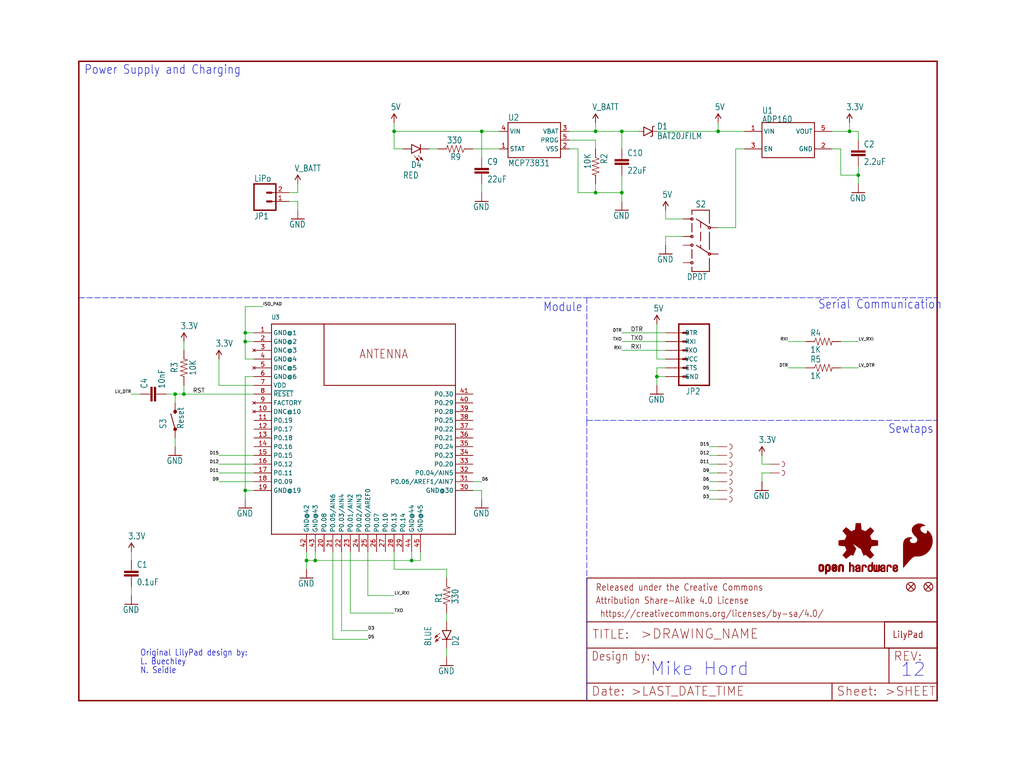
<source format=kicad_sch>
(kicad_sch (version 20211123) (generator eeschema)
  (paper "User" 297.002 223.952)
  (lib_symbols
    (symbol "eagleSchem-eagle-import:0.1UF-25V(+80{slash}-20%)(0603)"
      (property "Reference" "C" (at 1.524 2.921 0))
      (property "Value" "0.1UF-25V(+80{slash}-20%)(0603)" (at 1.524 -2.159 0))
      (symbol "0.1UF-25V(+80{slash}-20%)(0603)_1_0"
        (pin passive line (at 0 5.08 270) (length 2.54) (name "1") (number "1"))
        (pin passive line (at 0 -2.54 90) (length 2.54) (name "2") (number "2"))
      )
    )
    (symbol "eagleSchem-eagle-import:10KOHM-1{slash}10W-1%(0603)0603"
      (property "Reference" "R" (at -3.81 1.4986 0))
      (property "Value" "10KOHM-1{slash}10W-1%(0603)0603" (at -3.81 -3.302 0))
      (symbol "10KOHM-1{slash}10W-1%(0603)0603_1_0"
        (pin passive line (at -5.08 0 0) (length 2.54) (name "1") (number "1"))
        (pin passive line (at 5.08 0 180) (length 2.54) (name "2") (number "2"))
      )
    )
    (symbol "eagleSchem-eagle-import:10NF{slash}10000PF-50V-10%(0603)"
      (property "Reference" "C" (at 1.524 2.921 0))
      (property "Value" "10NF{slash}10000PF-50V-10%(0603)" (at 1.524 -2.159 0))
      (symbol "10NF{slash}10000PF-50V-10%(0603)_1_0"
        (pin passive line (at 0 5.08 270) (length 2.54) (name "1") (number "1"))
        (pin passive line (at 0 -2.54 90) (length 2.54) (name "2") (number "2"))
      )
    )
    (symbol "eagleSchem-eagle-import:1KOHM-1{slash}10W-1%(0603)"
      (property "Reference" "R" (at -3.81 1.4986 0))
      (property "Value" "1KOHM-1{slash}10W-1%(0603)" (at -3.81 -3.302 0))
      (symbol "1KOHM-1{slash}10W-1%(0603)_1_0"
        (pin passive line (at -5.08 0 0) (length 2.54) (name "1") (number "1"))
        (pin passive line (at 5.08 0 180) (length 2.54) (name "2") (number "2"))
      )
    )
    (symbol "eagleSchem-eagle-import:2.2UF-10V-20%(0603)"
      (property "Reference" "C" (at 1.524 2.921 0))
      (property "Value" "2.2UF-10V-20%(0603)" (at 1.524 -2.159 0))
      (symbol "2.2UF-10V-20%(0603)_1_0"
        (pin passive line (at 0 5.08 270) (length 2.54) (name "1") (number "1"))
        (pin passive line (at 0 -2.54 90) (length 2.54) (name "2") (number "2"))
      )
    )
    (symbol "eagleSchem-eagle-import:22UF-6.3V-20%(0805)"
      (property "Reference" "C" (at 1.524 2.921 0))
      (property "Value" "22UF-6.3V-20%(0805)" (at 1.524 -2.159 0))
      (symbol "22UF-6.3V-20%(0805)_1_0"
        (pin passive line (at 0 5.08 270) (length 2.54) (name "1") (number "1"))
        (pin passive line (at 0 -2.54 90) (length 2.54) (name "2") (number "2"))
      )
    )
    (symbol "eagleSchem-eagle-import:3.3V" (power)
      (property "Value" "3.3V" (at -1.016 3.556 0))
      (symbol "3.3V_1_0"
        (pin power_in line (at 0 0 90) (length 2.54) (name "3.3V") (number "1"))
      )
    )
    (symbol "eagleSchem-eagle-import:330OHM1{slash}10W1%(0603)"
      (property "Reference" "R" (at -3.81 1.4986 0))
      (property "Value" "330OHM1{slash}10W1%(0603)" (at -3.81 -3.302 0))
      (symbol "330OHM1{slash}10W1%(0603)_1_0"
        (pin passive line (at -5.08 0 0) (length 2.54) (name "1") (number "1"))
        (pin passive line (at 5.08 0 180) (length 2.54) (name "2") (number "2"))
      )
    )
    (symbol "eagleSchem-eagle-import:5V" (power)
      (property "Value" "5V" (at -1.016 3.556 0))
      (symbol "5V_1_0"
        (pin power_in line (at 0 0 90) (length 2.54) (name "5V") (number "1"))
      )
    )
    (symbol "eagleSchem-eagle-import:ADP160"
      (property "Reference" "U" (at -7.62 7.62 0))
      (property "Value" "ADP160" (at -7.62 5.08 0))
      (symbol "ADP160_1_0"
        (pin bidirectional line (at -12.7 2.54 0) (length 5.08) (name "VIN") (number "1"))
        (pin bidirectional line (at 12.7 -2.54 180) (length 5.08) (name "GND") (number "2"))
        (pin bidirectional line (at -12.7 -2.54 0) (length 5.08) (name "EN") (number "3"))
        (pin bidirectional line (at 12.7 2.54 180) (length 5.08) (name "VOUT") (number "5"))
      )
    )
    (symbol "eagleSchem-eagle-import:ARDUINO_SERIAL_PROGRAMSMD"
      (property "Reference" "JP" (at -5.08 10.922 0))
      (property "Value" "ARDUINO_SERIAL_PROGRAMSMD" (at -5.08 -10.16 0))
      (symbol "ARDUINO_SERIAL_PROGRAMSMD_1_0"
        (pin passive line (at 5.08 -5.08 180) (length 5.08) (name "DTR") (number "1"))
        (pin passive line (at 5.08 -2.54 180) (length 5.08) (name "RXI") (number "2"))
        (pin passive line (at 5.08 0 180) (length 5.08) (name "TXO") (number "3"))
        (pin passive line (at 5.08 2.54 180) (length 5.08) (name "VCC") (number "4"))
        (pin passive line (at 5.08 5.08 180) (length 5.08) (name "CTS") (number "5"))
        (pin passive line (at 5.08 7.62 180) (length 5.08) (name "GND") (number "6"))
      )
    )
    (symbol "eagleSchem-eagle-import:BAT20JFILM"
      (property "Reference" "D" (at 2.54 0.4826 0))
      (property "Value" "BAT20JFILM" (at 2.54 -2.3114 0))
      (symbol "BAT20JFILM_1_0"
        (pin passive line (at -2.54 0 0) (length 0) (name "A") (number "A"))
        (pin passive line (at 2.54 0 180) (length 0) (name "C") (number "C"))
      )
    )
    (symbol "eagleSchem-eagle-import:FIDUCIALUFIDUCIAL")
    (symbol "eagleSchem-eagle-import:FRAME-LETTER"
      (symbol "FRAME-LETTER_2_0"
        (text " https://creativecommons.org/licenses/by-sa/4.0/" (at 2.54 24.13 0) (effects (font (size 1.9304 1.6408)) (justify left bottom)))
        (text ">DRAWING_NAME" (at 15.494 17.78 0) (effects (font (size 2.7432 2.7432)) (justify left bottom)))
        (text ">LAST_DATE_TIME" (at 12.7 1.27 0) (effects (font (size 2.54 2.54)) (justify left bottom)))
        (text ">SHEET" (at 86.36 1.27 0) (effects (font (size 2.54 2.54)) (justify left bottom)))
        (text "Attribution Share-Alike 4.0 License" (at 2.54 27.94 0) (effects (font (size 1.9304 1.6408)) (justify left bottom)))
        (text "Date:" (at 1.27 1.27 0) (effects (font (size 2.54 2.54)) (justify left bottom)))
        (text "Design by:" (at 1.27 11.43 0) (effects (font (size 2.54 2.159)) (justify left bottom)))
        (text "Released under the Creative Commons" (at 2.54 31.75 0) (effects (font (size 1.9304 1.6408)) (justify left bottom)))
        (text "REV:" (at 88.9 11.43 0) (effects (font (size 2.54 2.54)) (justify left bottom)))
        (text "Sheet:" (at 72.39 1.27 0) (effects (font (size 2.54 2.54)) (justify left bottom)))
        (text "TITLE:" (at 1.524 17.78 0) (effects (font (size 2.54 2.54)) (justify left bottom)))
      )
    )
    (symbol "eagleSchem-eagle-import:GND" (power)
      (property "Value" "GND" (at -2.54 -2.54 0))
      (symbol "GND_1_0"
        (pin power_in line (at 0 2.54 270) (length 2.54) (name "GND") (number "1"))
      )
    )
    (symbol "eagleSchem-eagle-import:LED-BLUE0603"
      (property "Reference" "D" (at 3.556 -4.572 90))
      (property "Value" "LED-BLUE0603" (at 5.715 -4.572 90))
      (symbol "LED-BLUE0603_1_0"
        (pin passive line (at 0 2.54 270) (length 2.54) (name "A") (number "A"))
        (pin passive line (at 0 -5.08 90) (length 2.54) (name "C") (number "C"))
      )
    )
    (symbol "eagleSchem-eagle-import:LED-RED0603"
      (property "Reference" "D" (at 3.556 -4.572 90))
      (property "Value" "LED-RED0603" (at 5.715 -4.572 90))
      (symbol "LED-RED0603_1_0"
        (pin passive line (at 0 2.54 270) (length 2.54) (name "A") (number "A"))
        (pin passive line (at 0 -5.08 90) (length 2.54) (name "C") (number "C"))
      )
    )
    (symbol "eagleSchem-eagle-import:LOGO-LPL"
      (symbol "LOGO-LPL_1_0"
        (text "LilyPad" (at -0.254 0.254 0) (effects (font (size 1.9304 1.6408)) (justify left bottom)))
      )
    )
    (symbol "eagleSchem-eagle-import:LOGO-LPLP"
      (symbol "LOGO-LPLP_1_0"
        (text "LilyPad" (at -0.254 0.254 0) (effects (font (size 1.9304 1.6408)) (justify left bottom)))
      )
    )
    (symbol "eagleSchem-eagle-import:M02-JST-2MM-SMT"
      (property "Reference" "JP" (at -2.54 5.842 0))
      (property "Value" "M02-JST-2MM-SMT" (at -2.54 -5.08 0))
      (symbol "M02-JST-2MM-SMT_1_0"
        (pin passive line (at 7.62 2.54 180) (length 5.08) (name "2") (number "1"))
        (pin passive line (at 7.62 0 180) (length 5.08) (name "1") (number "2"))
      )
    )
    (symbol "eagleSchem-eagle-import:MCP73831"
      (property "Reference" "U" (at -7.62 5.588 0))
      (property "Value" "MCP73831" (at -7.62 -7.62 0))
      (symbol "MCP73831_1_0"
        (pin output line (at -10.16 -2.54 0) (length 2.54) (name "STAT") (number "1"))
        (pin power_in line (at 10.16 -2.54 180) (length 2.54) (name "VSS") (number "2"))
        (pin power_in line (at 10.16 2.54 180) (length 2.54) (name "VBAT") (number "3"))
        (pin power_in line (at -10.16 2.54 0) (length 2.54) (name "VIN") (number "4"))
        (pin input line (at 10.16 0 180) (length 2.54) (name "PROG") (number "5"))
      )
    )
    (symbol "eagleSchem-eagle-import:OSHW-LOGOS-COPPER")
    (symbol "eagleSchem-eagle-import:RFD77101"
      (property "Value" "RFD77101" (at 17.78 34.036 0))
      (symbol "RFD77101_1_0"
        (text "ANTENNA" (at 0 22.86 0) (effects (font (size 2.54 2.159)) (justify left bottom)))
        (pin power_in line (at -30.48 30.48 0) (length 5.08) (name "GND@1") (number "1"))
        (pin no_connect line (at -30.48 7.62 0) (length 5.08) (name "DNC@10") (number "10"))
        (pin bidirectional line (at -30.48 5.08 0) (length 5.08) (name "P0.19") (number "11"))
        (pin bidirectional line (at -30.48 2.54 0) (length 5.08) (name "P0.17") (number "12"))
        (pin bidirectional line (at -30.48 0 0) (length 5.08) (name "P0.18") (number "13"))
        (pin bidirectional line (at -30.48 -2.54 0) (length 5.08) (name "P0.16") (number "14"))
        (pin bidirectional line (at -30.48 -5.08 0) (length 5.08) (name "P0.15") (number "15"))
        (pin bidirectional line (at -30.48 -7.62 0) (length 5.08) (name "P0.12") (number "16"))
        (pin bidirectional line (at -30.48 -10.16 0) (length 5.08) (name "P0.11") (number "17"))
        (pin bidirectional line (at -30.48 -12.7 0) (length 5.08) (name "P0.09") (number "18"))
        (pin power_in line (at -30.48 -15.24 0) (length 5.08) (name "GND@19") (number "19"))
        (pin power_in line (at -30.48 27.94 0) (length 5.08) (name "GND@2") (number "2"))
        (pin bidirectional line (at -10.16 -33.02 90) (length 5.08) (name "P0.08") (number "20"))
        (pin bidirectional line (at -7.62 -33.02 90) (length 5.08) (name "P0.05/AIN6") (number "21"))
        (pin bidirectional line (at -5.08 -33.02 90) (length 5.08) (name "P0.03/AIN4") (number "22"))
        (pin bidirectional line (at -2.54 -33.02 90) (length 5.08) (name "P0.01/AIN2") (number "23"))
        (pin bidirectional line (at 0 -33.02 90) (length 5.08) (name "P0.02/AIN3") (number "24"))
        (pin bidirectional line (at 2.54 -33.02 90) (length 5.08) (name "P0.00/AREF0") (number "25"))
        (pin bidirectional line (at 5.08 -33.02 90) (length 5.08) (name "P0.07") (number "26"))
        (pin bidirectional line (at 7.62 -33.02 90) (length 5.08) (name "P0.10") (number "27"))
        (pin bidirectional line (at 10.16 -33.02 90) (length 5.08) (name "P0.13") (number "28"))
        (pin bidirectional line (at 12.7 -33.02 90) (length 5.08) (name "P0.14") (number "29"))
        (pin no_connect line (at -30.48 25.4 0) (length 5.08) (name "DNC@3") (number "3"))
        (pin power_in line (at 33.02 -15.24 180) (length 5.08) (name "GND@30") (number "30"))
        (pin bidirectional line (at 33.02 -12.7 180) (length 5.08) (name "P0.06/AREF1/AIN7") (number "31"))
        (pin bidirectional line (at 33.02 -10.16 180) (length 5.08) (name "P0.04/AIN5") (number "32"))
        (pin bidirectional line (at 33.02 -7.62 180) (length 5.08) (name "P0.20") (number "33"))
        (pin bidirectional line (at 33.02 -5.08 180) (length 5.08) (name "P0.23") (number "34"))
        (pin bidirectional line (at 33.02 -2.54 180) (length 5.08) (name "P0.24") (number "35"))
        (pin bidirectional line (at 33.02 0 180) (length 5.08) (name "P0.21") (number "36"))
        (pin bidirectional line (at 33.02 2.54 180) (length 5.08) (name "P0.22") (number "37"))
        (pin bidirectional line (at 33.02 5.08 180) (length 5.08) (name "P0.25") (number "38"))
        (pin bidirectional line (at 33.02 7.62 180) (length 5.08) (name "P0.28") (number "39"))
        (pin power_in line (at -30.48 22.86 0) (length 5.08) (name "GND@4") (number "4"))
        (pin bidirectional line (at 33.02 10.16 180) (length 5.08) (name "P0.29") (number "40"))
        (pin bidirectional line (at 33.02 12.7 180) (length 5.08) (name "P0.30") (number "41"))
        (pin power_in line (at -15.24 -33.02 90) (length 5.08) (name "GND@42") (number "42"))
        (pin power_in line (at -12.7 -33.02 90) (length 5.08) (name "GND@43") (number "43"))
        (pin power_in line (at 15.24 -33.02 90) (length 5.08) (name "GND@44") (number "44"))
        (pin power_in line (at 17.78 -33.02 90) (length 5.08) (name "GND@45") (number "45"))
        (pin no_connect line (at -30.48 20.32 0) (length 5.08) (name "DNC@5") (number "5"))
        (pin power_in line (at -30.48 17.78 0) (length 5.08) (name "GND@6") (number "6"))
        (pin power_in line (at -30.48 15.24 0) (length 5.08) (name "VDD") (number "7"))
        (pin input line (at -30.48 12.7 0) (length 5.08) (name "~{RESET}") (number "8"))
        (pin no_connect line (at -30.48 10.16 0) (length 5.08) (name "FACTORY") (number "9"))
      )
    )
    (symbol "eagleSchem-eagle-import:SEWTAP9"
      (property "Reference" "JP" (at -2.54 2.54 0))
      (property "Value" "SEWTAP9" (at -2.54 -5.08 0))
      (symbol "SEWTAP9_1_0"
        (pin bidirectional line (at -2.54 0 180) (length 0) (name "1") (number "1"))
      )
    )
    (symbol "eagleSchem-eagle-import:SFE_LOGO_FLAME.1COP")
    (symbol "eagleSchem-eagle-import:SWITCH-DPDTAYZ0202"
      (property "Reference" "S" (at -2.54 8.128 0))
      (property "Value" "SWITCH-DPDTAYZ0202" (at -2.54 -12.7 0))
      (symbol "SWITCH-DPDTAYZ0202_1_0"
        (pin bidirectional line (at 5.08 5.08 180) (length 2.54) (name "1") (number "1"))
        (pin bidirectional line (at -5.08 2.54 0) (length 2.54) (name "2") (number "2"))
        (pin bidirectional line (at 5.08 0 180) (length 2.54) (name "3") (number "3"))
        (pin bidirectional line (at 5.08 -2.54 180) (length 2.54) (name "4") (number "4"))
        (pin bidirectional line (at -5.08 -5.08 0) (length 2.54) (name "5") (number "5"))
        (pin bidirectional line (at 5.08 -7.62 180) (length 2.54) (name "6") (number "6"))
      )
    )
    (symbol "eagleSchem-eagle-import:SWITCH-MOMENTARY-2SMD"
      (property "Reference" "S" (at -2.54 2.54 0))
      (property "Value" "SWITCH-MOMENTARY-2SMD" (at -2.54 -2.54 0))
      (symbol "SWITCH-MOMENTARY-2SMD_1_0"
        (pin passive line (at -5.08 0 0) (length 2.54) (name "1") (number "1"))
        (pin passive line (at 5.08 0 180) (length 2.54) (name "2") (number "3"))
      )
    )
    (symbol "eagleSchem-eagle-import:V_BATT" (power)
      (property "Value" "V_BATT" (at -1.016 3.556 0))
      (symbol "V_BATT_1_0"
        (pin power_in line (at 0 0 90) (length 2.54) (name "V_BATT") (number "1"))
      )
    )
  )
  (junction (at 172.72 38.1))
  (junction (at 50.8 114.3))
  (junction (at 71.12 96.52))
  (junction (at 246.38 38.1))
  (junction (at 71.12 142.24))
  (junction (at 71.12 99.06))
  (junction (at 190.5 109.22))
  (junction (at 119.38 162.56))
  (junction (at 114.3 38.1))
  (junction (at 88.9 162.56))
  (junction (at 180.34 55.88))
  (junction (at 91.44 162.56))
  (junction (at 208.28 38.1))
  (junction (at 172.72 55.88))
  (junction (at 53.34 114.3))
  (junction (at 139.7 38.1))
  (junction (at 180.34 38.1))
  (junction (at 248.92 50.8))
  (wire (pts (xy 193.04 109.22) (xy 190.5 109.22)))
  (wire (pts (xy 86.36 55.88) (xy 86.36 53.34)))
  (wire (pts (xy 73.66 111.76) (xy 63.5 111.76)))
  (wire (pts (xy 73.66 139.7) (xy 63.5 139.7)))
  (wire (pts (xy 208.28 132.08) (xy 205.74 132.08)))
  (wire (pts (xy 193.04 106.68) (xy 190.5 106.68)))
  (wire (pts (xy 243.84 43.18) (xy 243.84 50.8)))
  (wire (pts (xy 71.12 96.52) (xy 73.66 96.52)))
  (wire (pts (xy 208.28 139.7) (xy 205.74 139.7)))
  (wire (pts (xy 246.38 38.1) (xy 248.92 38.1)))
  (wire (pts (xy 248.92 53.34) (xy 248.92 50.8)))
  (wire (pts (xy 63.5 104.14) (xy 63.5 111.76)))
  (wire (pts (xy 71.12 96.52) (xy 71.12 88.9)))
  (wire (pts (xy 38.1 172.72) (xy 38.1 170.18)))
  (wire (pts (xy 172.72 38.1) (xy 180.34 38.1)))
  (wire (pts (xy 180.34 58.42) (xy 180.34 55.88)))
  (wire (pts (xy 208.28 134.62) (xy 205.74 134.62)))
  (wire (pts (xy 50.8 127) (xy 50.8 129.54)))
  (wire (pts (xy 220.98 139.7) (xy 220.98 137.16)))
  (wire (pts (xy 119.38 160.02) (xy 119.38 162.56)))
  (wire (pts (xy 165.1 40.64) (xy 172.72 40.64)))
  (wire (pts (xy 86.36 60.96) (xy 86.36 58.42)))
  (wire (pts (xy 53.34 114.3) (xy 73.66 114.3)))
  (wire (pts (xy 180.34 43.18) (xy 180.34 38.1)))
  (wire (pts (xy 129.54 177.8) (xy 129.54 180.34)))
  (wire (pts (xy 248.92 38.1) (xy 248.92 40.64)))
  (wire (pts (xy 243.84 50.8) (xy 248.92 50.8)))
  (wire (pts (xy 172.72 55.88) (xy 180.34 55.88)))
  (wire (pts (xy 73.66 99.06) (xy 71.12 99.06)))
  (wire (pts (xy 139.7 142.24) (xy 139.7 144.78)))
  (polyline (pts (xy 22.86 86.36) (xy 170.18 86.36)))
  (wire (pts (xy 50.8 116.84) (xy 50.8 114.3)))
  (wire (pts (xy 96.52 160.02) (xy 96.52 185.42)))
  (wire (pts (xy 139.7 53.34) (xy 139.7 55.88)))
  (wire (pts (xy 220.98 134.62) (xy 220.98 132.08)))
  (wire (pts (xy 193.04 101.6) (xy 180.34 101.6)))
  (wire (pts (xy 208.28 137.16) (xy 205.74 137.16)))
  (wire (pts (xy 119.38 162.56) (xy 121.92 162.56)))
  (wire (pts (xy 53.34 111.76) (xy 53.34 114.3)))
  (wire (pts (xy 99.06 160.02) (xy 99.06 182.88)))
  (polyline (pts (xy 170.18 86.36) (xy 271.78 86.36)))
  (wire (pts (xy 190.5 38.1) (xy 208.28 38.1)))
  (wire (pts (xy 190.5 104.14) (xy 190.5 93.98)))
  (wire (pts (xy 208.28 142.24) (xy 205.74 142.24)))
  (wire (pts (xy 73.66 104.14) (xy 71.12 104.14)))
  (wire (pts (xy 193.04 104.14) (xy 190.5 104.14)))
  (wire (pts (xy 71.12 104.14) (xy 71.12 99.06)))
  (wire (pts (xy 71.12 142.24) (xy 71.12 144.78)))
  (wire (pts (xy 165.1 43.18) (xy 167.64 43.18)))
  (wire (pts (xy 71.12 99.06) (xy 71.12 96.52)))
  (wire (pts (xy 96.52 185.42) (xy 106.68 185.42)))
  (wire (pts (xy 167.64 43.18) (xy 167.64 55.88)))
  (wire (pts (xy 208.28 129.54) (xy 205.74 129.54)))
  (wire (pts (xy 208.28 144.78) (xy 205.74 144.78)))
  (wire (pts (xy 71.12 88.9) (xy 76.2 88.9)))
  (wire (pts (xy 180.34 55.88) (xy 180.34 50.8)))
  (wire (pts (xy 193.04 99.06) (xy 180.34 99.06)))
  (wire (pts (xy 220.98 137.16) (xy 223.52 137.16)))
  (wire (pts (xy 172.72 55.88) (xy 167.64 55.88)))
  (wire (pts (xy 106.68 172.72) (xy 114.3 172.72)))
  (wire (pts (xy 193.04 68.58) (xy 198.12 68.58)))
  (wire (pts (xy 243.84 99.06) (xy 248.92 99.06)))
  (wire (pts (xy 48.26 114.3) (xy 50.8 114.3)))
  (wire (pts (xy 71.12 142.24) (xy 71.12 109.22)))
  (wire (pts (xy 38.1 160.02) (xy 38.1 162.56)))
  (wire (pts (xy 215.9 38.1) (xy 208.28 38.1)))
  (polyline (pts (xy 170.18 121.92) (xy 271.78 121.92)))
  (wire (pts (xy 243.84 106.68) (xy 248.92 106.68)))
  (wire (pts (xy 193.04 60.96) (xy 193.04 63.5)))
  (wire (pts (xy 139.7 45.72) (xy 139.7 38.1)))
  (wire (pts (xy 88.9 160.02) (xy 88.9 162.56)))
  (wire (pts (xy 213.36 43.18) (xy 215.9 43.18)))
  (wire (pts (xy 246.38 38.1) (xy 246.38 35.56)))
  (wire (pts (xy 50.8 114.3) (xy 53.34 114.3)))
  (wire (pts (xy 73.66 137.16) (xy 63.5 137.16)))
  (wire (pts (xy 241.3 43.18) (xy 243.84 43.18)))
  (wire (pts (xy 137.16 142.24) (xy 139.7 142.24)))
  (wire (pts (xy 190.5 111.76) (xy 190.5 109.22)))
  (wire (pts (xy 88.9 162.56) (xy 88.9 165.1)))
  (wire (pts (xy 144.78 38.1) (xy 139.7 38.1)))
  (wire (pts (xy 172.72 40.64) (xy 172.72 43.18)))
  (wire (pts (xy 137.16 43.18) (xy 144.78 43.18)))
  (wire (pts (xy 73.66 142.24) (xy 71.12 142.24)))
  (wire (pts (xy 233.68 106.68) (xy 228.6 106.68)))
  (wire (pts (xy 172.72 53.34) (xy 172.72 55.88)))
  (wire (pts (xy 91.44 160.02) (xy 91.44 162.56)))
  (wire (pts (xy 114.3 35.56) (xy 114.3 38.1)))
  (wire (pts (xy 106.68 160.02) (xy 106.68 172.72)))
  (wire (pts (xy 121.92 162.56) (xy 121.92 160.02)))
  (wire (pts (xy 248.92 50.8) (xy 248.92 48.26)))
  (wire (pts (xy 99.06 182.88) (xy 106.68 182.88)))
  (wire (pts (xy 129.54 190.5) (xy 129.54 187.96)))
  (wire (pts (xy 73.66 109.22) (xy 71.12 109.22)))
  (wire (pts (xy 165.1 38.1) (xy 172.72 38.1)))
  (wire (pts (xy 193.04 96.52) (xy 180.34 96.52)))
  (wire (pts (xy 101.6 160.02) (xy 101.6 177.8)))
  (wire (pts (xy 114.3 43.18) (xy 114.3 38.1)))
  (wire (pts (xy 208.28 66.04) (xy 213.36 66.04)))
  (wire (pts (xy 53.34 99.06) (xy 53.34 101.6)))
  (wire (pts (xy 241.3 38.1) (xy 246.38 38.1)))
  (wire (pts (xy 73.66 134.62) (xy 63.5 134.62)))
  (wire (pts (xy 88.9 162.56) (xy 91.44 162.56)))
  (wire (pts (xy 73.66 132.08) (xy 63.5 132.08)))
  (wire (pts (xy 137.16 139.7) (xy 139.7 139.7)))
  (wire (pts (xy 83.82 55.88) (xy 86.36 55.88)))
  (wire (pts (xy 129.54 165.1) (xy 129.54 167.64)))
  (wire (pts (xy 190.5 109.22) (xy 190.5 106.68)))
  (wire (pts (xy 213.36 66.04) (xy 213.36 43.18)))
  (polyline (pts (xy 170.18 86.36) (xy 170.18 121.92)))
  (wire (pts (xy 114.3 160.02) (xy 114.3 165.1)))
  (wire (pts (xy 193.04 63.5) (xy 198.12 63.5)))
  (wire (pts (xy 220.98 134.62) (xy 223.52 134.62)))
  (wire (pts (xy 233.68 99.06) (xy 228.6 99.06)))
  (wire (pts (xy 139.7 38.1) (xy 114.3 38.1)))
  (wire (pts (xy 83.82 58.42) (xy 86.36 58.42)))
  (wire (pts (xy 180.34 38.1) (xy 185.42 38.1)))
  (wire (pts (xy 101.6 177.8) (xy 114.3 177.8)))
  (wire (pts (xy 40.64 114.3) (xy 38.1 114.3)))
  (wire (pts (xy 193.04 71.12) (xy 193.04 68.58)))
  (polyline (pts (xy 170.18 121.92) (xy 170.18 203.2)))
  (wire (pts (xy 124.46 43.18) (xy 127 43.18)))
  (wire (pts (xy 91.44 162.56) (xy 119.38 162.56)))
  (wire (pts (xy 208.28 35.56) (xy 208.28 38.1)))
  (wire (pts (xy 114.3 165.1) (xy 129.54 165.1)))
  (wire (pts (xy 172.72 35.56) (xy 172.72 38.1)))
  (wire (pts (xy 116.84 43.18) (xy 114.3 43.18)))
  (text "Original LilyPad design by:" (at 40.64 190.5 180) (effects (font (size 1.778 1.5113)) (justify left bottom)))
  (text "Serial Communication" (at 237.236 89.916 180) (effects (font (size 2.54 2.159)) (justify left bottom)))
  (text "Power Supply and Charging" (at 24.384 21.844 180) (effects (font (size 2.54 2.159)) (justify left bottom)))
  (text "Sewtaps" (at 257.556 125.984 180) (effects (font (size 2.54 2.159)) (justify left bottom)))
  (text "L. Buechley" (at 40.64 193.04 180) (effects (font (size 1.778 1.5113)) (justify left bottom)))
  (text "Mike Hord" (at 188.468 196.342 180) (effects (font (size 3.81 3.81)) (justify left bottom)))
  (text "12" (at 261.112 196.596 180) (effects (font (size 3.81 3.81)) (justify left bottom)))
  (text "N. Seidle" (at 40.64 195.58 180) (effects (font (size 1.778 1.5113)) (justify left bottom)))
  (text "Module" (at 157.48 90.678 180) (effects (font (size 2.54 2.159)) (justify left bottom)))
  (label "D5" (at 205.74 142.24 180) (effects (font (size 0.889 0.889))))
  (label "DTR" (at 180.34 96.52 180) (effects (font (size 0.889 0.889))))
  (label "D9" (at 205.74 137.16 180) (effects (font (size 0.889 0.889))))
  (label "D12" (at 63.5 134.62 180) (effects (font (size 0.889 0.889))))
  (label "LV_RXI" (at 248.92 99.06 0) (effects (font (size 0.889 0.889))))
  (label "D5" (at 106.68 185.42 0) (effects (font (size 0.889 0.889))))
  (label "RXI" (at 182.88 101.6 0) (effects (font (size 1.2446 1.2446))))
  (label "TXO" (at 182.88 99.06 0) (effects (font (size 1.2446 1.2446))))
  (label "ISO_PAD" (at 76.2 88.9 0) (effects (font (size 0.889 0.889))))
  (label "DTR" (at 182.88 96.52 0) (effects (font (size 1.2446 1.2446))))
  (label "D3" (at 106.68 182.88 0) (effects (font (size 0.889 0.889))))
  (label "TXO" (at 180.34 99.06 180) (effects (font (size 0.889 0.889))))
  (label "RXI" (at 228.6 99.06 180) (effects (font (size 0.889 0.889))))
  (label "D6" (at 205.74 139.7 180) (effects (font (size 0.889 0.889))))
  (label "LV_DTR" (at 248.92 106.68 0) (effects (font (size 0.889 0.889))))
  (label "D15" (at 63.5 132.08 180) (effects (font (size 0.889 0.889))))
  (label "D12" (at 205.74 132.08 180) (effects (font (size 0.889 0.889))))
  (label "D6" (at 139.7 139.7 0) (effects (font (size 0.889 0.889))))
  (label "LV_RXI" (at 114.3 172.72 0) (effects (font (size 0.889 0.889))))
  (label "TXO" (at 114.3 177.8 0) (effects (font (size 0.889 0.889))))
  (label "D11" (at 63.5 137.16 180) (effects (font (size 0.889 0.889))))
  (label "LV_DTR" (at 38.1 114.3 180) (effects (font (size 0.889 0.889))))
  (label "RXI" (at 180.34 101.6 180) (effects (font (size 0.889 0.889))))
  (label "RST" (at 55.88 114.3 0) (effects (font (size 1.2446 1.2446))))
  (label "D15" (at 205.74 129.54 180) (effects (font (size 0.889 0.889))))
  (label "D3" (at 205.74 144.78 180) (effects (font (size 0.889 0.889))))
  (label "DTR" (at 228.6 106.68 180) (effects (font (size 0.889 0.889))))
  (label "D11" (at 205.74 134.62 180) (effects (font (size 0.889 0.889))))
  (label "D9" (at 63.5 139.7 180) (effects (font (size 0.889 0.889))))
  (symbol (lib_id "eagleSchem-eagle-import:V_BATT") (at 172.72 35.56 0) (unit 1)
    (property "Reference" "#SUPPLY9" (effects hide))
    (property "Value" "V_BATT" (at 171.704 32.004 0) (effects (font (size 1.778 1.5113)) (justify left bottom)))
    (property "Footprint" "eagleSchem:" (effects hide))
  )
  (symbol (lib_id "eagleSchem-eagle-import:SEWTAP9") (at 210.82 139.7 0) (unit 1)
    (property "Reference" "A4/18" (effects hide))
    (property "Value" "SEWTAP9" (effects hide))
    (property "Footprint" "eagleSchem:PETAL-LONG-1-2SIDE" (effects hide))
  )
  (symbol (lib_id "eagleSchem-eagle-import:22UF-6.3V-20%(0805)") (at 180.34 48.26 0) (unit 1)
    (property "Reference" "C10" (at 181.864 45.339 0) (effects (font (size 1.778 1.5113)) (justify left bottom)))
    (property "Value" "22uF" (at 181.864 50.419 0) (effects (font (size 1.778 1.5113)) (justify left bottom)))
    (property "Footprint" "eagleSchem:0805" (effects hide))
  )
  (symbol (lib_id "eagleSchem-eagle-import:FIDUCIALUFIDUCIAL") (at 269.24 170.18 0) (unit 1)
    (property "Reference" "FID1" (effects hide))
    (property "Value" "FIDUCIALUFIDUCIAL" (effects hide))
    (property "Footprint" "eagleSchem:MICRO-FIDUCIAL" (effects hide))
  )
  (symbol (lib_id "eagleSchem-eagle-import:2.2UF-10V-20%(0603)") (at 248.92 45.72 0) (unit 1)
    (property "Reference" "C2" (at 250.444 42.799 0) (effects (font (size 1.778 1.5113)) (justify left bottom)))
    (property "Value" "2.2uF" (at 250.444 47.879 0) (effects (font (size 1.778 1.5113)) (justify left bottom)))
    (property "Footprint" "eagleSchem:0603-CAP" (effects hide))
  )
  (symbol (lib_id "eagleSchem-eagle-import:ARDUINO_SERIAL_PROGRAMSMD") (at 198.12 101.6 180) (unit 1)
    (property "Reference" "JP2" (at 203.2 112.522 0) (effects (font (size 1.778 1.5113)) (justify left bottom)))
    (property "Value" "ARDUINO_SERIAL_PROGRAMSMD" (at 203.2 91.44 0) (effects (font (size 1.778 1.5113)) (justify left bottom)))
    (property "Footprint" "eagleSchem:1X06-SMD" (effects hide))
    (property "Value" "ARDUINO_SERIAL_PROGRAMSMD" (effects hide))
  )
  (symbol (lib_id "eagleSchem-eagle-import:GND") (at 193.04 73.66 0) (unit 1)
    (property "Reference" "#GND5" (effects hide))
    (property "Value" "GND" (at 190.5 76.2 0) (effects (font (size 1.778 1.5113)) (justify left bottom)))
    (property "Footprint" "eagleSchem:" (effects hide))
  )
  (symbol (lib_id "eagleSchem-eagle-import:M02-JST-2MM-SMT") (at 76.2 55.88 0) (mirror x) (unit 1)
    (property "Reference" "JP1" (at 73.66 61.722 0) (effects (font (size 1.778 1.5113)) (justify left bottom)))
    (property "Value" "LiPo" (at 73.66 50.8 0) (effects (font (size 1.778 1.5113)) (justify left bottom)))
    (property "Footprint" "eagleSchem:JST-2-SMD" (effects hide))
  )
  (symbol (lib_id "eagleSchem-eagle-import:GND") (at 50.8 132.08 0) (unit 1)
    (property "Reference" "#GND6" (effects hide))
    (property "Value" "GND" (at 48.26 134.62 0) (effects (font (size 1.778 1.5113)) (justify left bottom)))
    (property "Footprint" "eagleSchem:" (effects hide))
  )
  (symbol (lib_id "eagleSchem-eagle-import:GND") (at 220.98 142.24 0) (unit 1)
    (property "Reference" "#GND8" (effects hide))
    (property "Value" "GND" (at 218.44 144.78 0) (effects (font (size 1.778 1.5113)) (justify left bottom)))
    (property "Footprint" "eagleSchem:" (effects hide))
  )
  (symbol (lib_id "eagleSchem-eagle-import:GND") (at 139.7 58.42 0) (unit 1)
    (property "Reference" "#GND18" (effects hide))
    (property "Value" "GND" (at 137.16 60.96 0) (effects (font (size 1.778 1.5113)) (justify left bottom)))
    (property "Footprint" "eagleSchem:" (effects hide))
  )
  (symbol (lib_id "eagleSchem-eagle-import:GND") (at 139.7 147.32 0) (unit 1)
    (property "Reference" "#GND14" (effects hide))
    (property "Value" "GND" (at 137.16 149.86 0) (effects (font (size 1.778 1.5113)) (justify left bottom)))
    (property "Footprint" "eagleSchem:" (effects hide))
  )
  (symbol (lib_id "eagleSchem-eagle-import:FIDUCIALUFIDUCIAL") (at 264.16 170.18 0) (unit 1)
    (property "Reference" "FID2" (effects hide))
    (property "Value" "FIDUCIALUFIDUCIAL" (effects hide))
    (property "Footprint" "eagleSchem:MICRO-FIDUCIAL" (effects hide))
  )
  (symbol (lib_id "eagleSchem-eagle-import:3.3V") (at 246.38 35.56 0) (unit 1)
    (property "Reference" "#SUPPLY3" (effects hide))
    (property "Value" "3.3V" (at 245.364 32.004 0) (effects (font (size 1.778 1.5113)) (justify left bottom)))
    (property "Footprint" "eagleSchem:" (effects hide))
  )
  (symbol (lib_id "eagleSchem-eagle-import:3.3V") (at 38.1 160.02 0) (unit 1)
    (property "Reference" "#SUPPLY4" (effects hide))
    (property "Value" "3.3V" (at 37.084 156.464 0) (effects (font (size 1.778 1.5113)) (justify left bottom)))
    (property "Footprint" "eagleSchem:" (effects hide))
  )
  (symbol (lib_id "eagleSchem-eagle-import:LED-RED0603") (at 119.38 43.18 90) (unit 1)
    (property "Reference" "D4" (at 119.126 48.768 90) (effects (font (size 1.778 1.5113)) (justify right top)))
    (property "Value" "RED" (at 116.84 51.816 90) (effects (font (size 1.778 1.5113)) (justify right top)))
    (property "Footprint" "eagleSchem:LED-0603" (effects hide))
  )
  (symbol (lib_id "eagleSchem-eagle-import:SEWTAP9") (at 210.82 134.62 0) (unit 1)
    (property "Reference" "U$45" (effects hide))
    (property "Value" "SEWTAP9" (effects hide))
    (property "Footprint" "eagleSchem:PETAL-LONG-1-2SIDE" (effects hide))
  )
  (symbol (lib_id "eagleSchem-eagle-import:SEWTAP9") (at 210.82 142.24 0) (unit 1)
    (property "Reference" "U$39" (effects hide))
    (property "Value" "SEWTAP9" (effects hide))
    (property "Footprint" "eagleSchem:PETAL-LONG-1-2SIDE" (effects hide))
  )
  (symbol (lib_id "eagleSchem-eagle-import:SEWTAP9") (at 226.06 137.16 0) (unit 1)
    (property "Reference" "U$41" (effects hide))
    (property "Value" "SEWTAP9" (effects hide))
    (property "Footprint" "eagleSchem:PETAL-LONG-1-2SIDE" (effects hide))
  )
  (symbol (lib_id "eagleSchem-eagle-import:GND") (at 190.5 114.3 0) (unit 1)
    (property "Reference" "#GND1" (effects hide))
    (property "Value" "GND" (at 187.96 116.84 0) (effects (font (size 1.778 1.5113)) (justify left bottom)))
    (property "Footprint" "eagleSchem:" (effects hide))
  )
  (symbol (lib_id "eagleSchem-eagle-import:SEWTAP9") (at 210.82 129.54 0) (unit 1)
    (property "Reference" "U$35" (effects hide))
    (property "Value" "SEWTAP9" (effects hide))
    (property "Footprint" "eagleSchem:PETAL-LONG-1-2SIDE" (effects hide))
  )
  (symbol (lib_id "eagleSchem-eagle-import:22UF-6.3V-20%(0805)") (at 139.7 50.8 0) (unit 1)
    (property "Reference" "C9" (at 141.224 47.879 0) (effects (font (size 1.778 1.5113)) (justify left bottom)))
    (property "Value" "22uF" (at 141.224 52.959 0) (effects (font (size 1.778 1.5113)) (justify left bottom)))
    (property "Footprint" "eagleSchem:0805" (effects hide))
  )
  (symbol (lib_id "eagleSchem-eagle-import:GND") (at 180.34 60.96 0) (unit 1)
    (property "Reference" "#GND20" (effects hide))
    (property "Value" "GND" (at 177.8 63.5 0) (effects (font (size 1.778 1.5113)) (justify left bottom)))
    (property "Footprint" "eagleSchem:" (effects hide))
  )
  (symbol (lib_id "eagleSchem-eagle-import:330OHM1{slash}10W1%(0603)") (at 129.54 172.72 90) (unit 1)
    (property "Reference" "R1" (at 126.238 171.704 0) (effects (font (size 1.778 1.5113)) (justify right top)))
    (property "Value" "330" (at 131.064 170.688 0) (effects (font (size 1.778 1.5113)) (justify right top)))
    (property "Footprint" "eagleSchem:0603-RES" (effects hide))
  )
  (symbol (lib_id "eagleSchem-eagle-import:LED-BLUE0603") (at 129.54 182.88 0) (unit 1)
    (property "Reference" "D2" (at 133.096 187.452 90) (effects (font (size 1.778 1.5113)) (justify left bottom)))
    (property "Value" "BLUE" (at 125.095 187.452 90) (effects (font (size 1.778 1.5113)) (justify left bottom)))
    (property "Footprint" "eagleSchem:LED-0603" (effects hide))
  )
  (symbol (lib_id "eagleSchem-eagle-import:LOGO-LPLP") (at 259.08 185.42 0) (unit 1)
    (property "Reference" "U$2" (effects hide))
    (property "Value" "LOGO-LPLP" (effects hide))
    (property "Footprint" "eagleSchem:LOGO-LILYPAD" (effects hide))
  )
  (symbol (lib_id "eagleSchem-eagle-import:3.3V") (at 220.98 132.08 0) (unit 1)
    (property "Reference" "#SUPPLY5" (effects hide))
    (property "Value" "3.3V" (at 219.964 128.524 0) (effects (font (size 1.778 1.5113)) (justify left bottom)))
    (property "Footprint" "eagleSchem:" (effects hide))
  )
  (symbol (lib_id "eagleSchem-eagle-import:5V") (at 208.28 35.56 0) (unit 1)
    (property "Reference" "#SUPPLY10" (effects hide))
    (property "Value" "5V" (at 207.264 32.004 0) (effects (font (size 1.778 1.5113)) (justify left bottom)))
    (property "Footprint" "eagleSchem:" (effects hide))
  )
  (symbol (lib_id "eagleSchem-eagle-import:SFE_LOGO_FLAME.1COP") (at 261.62 165.1 0) (unit 1)
    (property "Reference" "LOGO1" (effects hide))
    (property "Value" "SFE_LOGO_FLAME.1COP" (effects hide))
    (property "Footprint" "eagleSchem:SFE_LOGO_FLAME_COPPER_.1" (effects hide))
  )
  (symbol (lib_id "eagleSchem-eagle-import:FRAME-LETTER") (at 170.18 203.2 0) (unit 2)
    (property "Reference" "FRAME1" (effects hide))
    (property "Value" "FRAME-LETTER" (effects hide))
    (property "Footprint" "eagleSchem:CREATIVE_COMMONS" (effects hide))
  )
  (symbol (lib_id "eagleSchem-eagle-import:GND") (at 38.1 175.26 0) (unit 1)
    (property "Reference" "#GND7" (effects hide))
    (property "Value" "GND" (at 35.56 177.8 0) (effects (font (size 1.778 1.5113)) (justify left bottom)))
    (property "Footprint" "eagleSchem:" (effects hide))
  )
  (symbol (lib_id "eagleSchem-eagle-import:1KOHM-1{slash}10W-1%(0603)") (at 238.76 99.06 0) (unit 1)
    (property "Reference" "R4" (at 234.95 97.5614 0) (effects (font (size 1.778 1.5113)) (justify left bottom)))
    (property "Value" "1K" (at 234.95 102.362 0) (effects (font (size 1.778 1.5113)) (justify left bottom)))
    (property "Footprint" "eagleSchem:0603-RES" (effects hide))
  )
  (symbol (lib_id "eagleSchem-eagle-import:10NF{slash}10000PF-50V-10%(0603)") (at 45.72 114.3 90) (unit 1)
    (property "Reference" "C4" (at 42.799 112.776 0) (effects (font (size 1.778 1.5113)) (justify left bottom)))
    (property "Value" "10nF" (at 47.879 112.776 0) (effects (font (size 1.778 1.5113)) (justify left bottom)))
    (property "Footprint" "eagleSchem:0603-CAP" (effects hide))
  )
  (symbol (lib_id "eagleSchem-eagle-import:SEWTAP9") (at 226.06 134.62 0) (unit 1)
    (property "Reference" "U$43" (effects hide))
    (property "Value" "SEWTAP9" (effects hide))
    (property "Footprint" "eagleSchem:PETAL-LONG-1-2SIDE" (effects hide))
  )
  (symbol (lib_id "eagleSchem-eagle-import:LOGO-LPL") (at 259.08 185.42 0) (unit 1)
    (property "Reference" "U$1" (effects hide))
    (property "Value" "LOGO-LPL" (effects hide))
    (property "Footprint" "eagleSchem:LOGO-L" (effects hide))
  )
  (symbol (lib_id "eagleSchem-eagle-import:V_BATT") (at 86.36 53.34 0) (unit 1)
    (property "Reference" "#SUPPLY8" (effects hide))
    (property "Value" "V_BATT" (at 85.344 49.784 0) (effects (font (size 1.778 1.5113)) (justify left bottom)))
    (property "Footprint" "eagleSchem:" (effects hide))
  )
  (symbol (lib_id "eagleSchem-eagle-import:SEWTAP9") (at 210.82 144.78 0) (unit 1)
    (property "Reference" "A5/19" (effects hide))
    (property "Value" "SEWTAP9" (effects hide))
    (property "Footprint" "eagleSchem:PETAL-LONG-1-2SIDE" (effects hide))
  )
  (symbol (lib_id "eagleSchem-eagle-import:SEWTAP9") (at 210.82 137.16 0) (unit 1)
    (property "Reference" "U$4" (effects hide))
    (property "Value" "SEWTAP9" (effects hide))
    (property "Footprint" "eagleSchem:PETAL-LONG-1-2SIDE" (effects hide))
  )
  (symbol (lib_id "eagleSchem-eagle-import:10KOHM-1{slash}10W-1%(0603)0603") (at 172.72 48.26 270) (unit 1)
    (property "Reference" "R2" (at 174.2186 44.45 0) (effects (font (size 1.778 1.5113)) (justify left bottom)))
    (property "Value" "10K" (at 169.418 44.45 0) (effects (font (size 1.778 1.5113)) (justify left bottom)))
    (property "Footprint" "eagleSchem:0603-RES" (effects hide))
  )
  (symbol (lib_id "eagleSchem-eagle-import:0.1UF-25V(+80{slash}-20%)(0603)") (at 38.1 167.64 0) (unit 1)
    (property "Reference" "C1" (at 39.624 164.719 0) (effects (font (size 1.778 1.5113)) (justify left bottom)))
    (property "Value" "0.1uF" (at 39.624 169.799 0) (effects (font (size 1.778 1.5113)) (justify left bottom)))
    (property "Footprint" "eagleSchem:0603-CAP" (effects hide))
  )
  (symbol (lib_id "eagleSchem-eagle-import:SWITCH-DPDTAYZ0202") (at 203.2 68.58 0) (mirror y) (unit 1)
    (property "Reference" "S2" (at 201.676 60.198 0) (effects (font (size 1.778 1.5113)) (justify right bottom)))
    (property "Value" "DPDT" (at 199.136 81.28 0) (effects (font (size 1.778 1.5113)) (justify right bottom)))
    (property "Footprint" "eagleSchem:AYZ0202" (effects hide))
  )
  (symbol (lib_id "eagleSchem-eagle-import:BAT20JFILM") (at 187.96 38.1 0) (unit 1)
    (property "Reference" "D1" (at 190.5 37.6174 0) (effects (font (size 1.778 1.5113)) (justify left bottom)))
    (property "Value" "BAT20JFILM" (at 190.5 40.4114 0) (effects (font (size 1.778 1.5113)) (justify left bottom)))
    (property "Footprint" "eagleSchem:SOD-323" (effects hide))
  )
  (symbol (lib_id "eagleSchem-eagle-import:GND") (at 129.54 193.04 0) (unit 1)
    (property "Reference" "#GND2" (effects hide))
    (property "Value" "GND" (at 127 195.58 0) (effects (font (size 1.778 1.5113)) (justify left bottom)))
    (property "Footprint" "eagleSchem:" (effects hide))
  )
  (symbol (lib_id "eagleSchem-eagle-import:FRAME-LETTER") (at 22.86 203.2 0) (unit 1)
    (property "Reference" "FRAME1" (effects hide))
    (property "Value" "FRAME-LETTER" (effects hide))
    (property "Footprint" "eagleSchem:CREATIVE_COMMONS" (effects hide))
  )
  (symbol (lib_id "eagleSchem-eagle-import:OSHW-LOGOS-COPPER") (at 248.92 157.48 0) (unit 1)
    (property "Reference" "LOGO2" (effects hide))
    (property "Value" "OSHW-LOGOS-COPPER" (effects hide))
    (property "Footprint" "eagleSchem:OSHW-LOGO-S_COPPER" (effects hide))
  )
  (symbol (lib_id "eagleSchem-eagle-import:RFD77101") (at 104.14 127 0) (unit 1)
    (property "Reference" "U3" (at 78.74 92.71 0) (effects (font (size 1.27 1.0795)) (justify left bottom)))
    (property "Value" "RFD77101" (at 121.92 92.964 0) (effects (font (size 1.27 1.0795)) (justify left bottom)))
    (property "Footprint" "eagleSchem:RFD77101" (effects hide))
    (property "Value" "RFD77101" (effects hide))
  )
  (symbol (lib_id "eagleSchem-eagle-import:1KOHM-1{slash}10W-1%(0603)") (at 238.76 106.68 0) (unit 1)
    (property "Reference" "R5" (at 234.95 105.1814 0) (effects (font (size 1.778 1.5113)) (justify left bottom)))
    (property "Value" "1K" (at 234.95 109.982 0) (effects (font (size 1.778 1.5113)) (justify left bottom)))
    (property "Footprint" "eagleSchem:0603-RES" (effects hide))
  )
  (symbol (lib_id "eagleSchem-eagle-import:330OHM1{slash}10W1%(0603)") (at 132.08 43.18 180) (unit 1)
    (property "Reference" "R9" (at 130.556 46.482 0) (effects (font (size 1.778 1.5113)) (justify right top)))
    (property "Value" "330" (at 129.54 41.656 0) (effects (font (size 1.778 1.5113)) (justify right top)))
    (property "Footprint" "eagleSchem:0603-RES" (effects hide))
  )
  (symbol (lib_id "eagleSchem-eagle-import:3.3V") (at 63.5 104.14 0) (unit 1)
    (property "Reference" "#SUPPLY2" (effects hide))
    (property "Value" "3.3V" (at 62.484 100.584 0) (effects (font (size 1.778 1.5113)) (justify left bottom)))
    (property "Footprint" "eagleSchem:" (effects hide))
  )
  (symbol (lib_id "eagleSchem-eagle-import:5V") (at 193.04 60.96 0) (unit 1)
    (property "Reference" "#SUPPLY11" (effects hide))
    (property "Value" "5V" (at 192.024 57.404 0) (effects (font (size 1.778 1.5113)) (justify left bottom)))
    (property "Footprint" "eagleSchem:" (effects hide))
  )
  (symbol (lib_id "eagleSchem-eagle-import:GND") (at 86.36 63.5 0) (unit 1)
    (property "Reference" "#GND12" (effects hide))
    (property "Value" "GND" (at 83.82 66.04 0) (effects (font (size 1.778 1.5113)) (justify left bottom)))
    (property "Footprint" "eagleSchem:" (effects hide))
  )
  (symbol (lib_id "eagleSchem-eagle-import:3.3V") (at 53.34 99.06 0) (unit 1)
    (property "Reference" "#SUPPLY1" (effects hide))
    (property "Value" "3.3V" (at 52.324 95.504 0) (effects (font (size 1.778 1.5113)) (justify left bottom)))
    (property "Footprint" "eagleSchem:" (effects hide))
  )
  (symbol (lib_id "eagleSchem-eagle-import:MCP73831") (at 154.94 40.64 0) (unit 1)
    (property "Reference" "U2" (at 147.32 35.052 0) (effects (font (size 1.778 1.5113)) (justify left bottom)))
    (property "Value" "MCP73831" (at 147.32 48.26 0) (effects (font (size 1.778 1.5113)) (justify left bottom)))
    (property "Footprint" "eagleSchem:SOT23-5" (effects hide))
  )
  (symbol (lib_id "eagleSchem-eagle-import:GND") (at 248.92 55.88 0) (unit 1)
    (property "Reference" "#GND4" (effects hide))
    (property "Value" "GND" (at 246.38 58.42 0) (effects (font (size 1.778 1.5113)) (justify left bottom)))
    (property "Footprint" "eagleSchem:" (effects hide))
  )
  (symbol (lib_id "eagleSchem-eagle-import:ADP160") (at 228.6 40.64 0) (unit 1)
    (property "Reference" "U1" (at 220.98 33.02 0) (effects (font (size 1.778 1.5113)) (justify left bottom)))
    (property "Value" "ADP160" (at 220.98 35.56 0) (effects (font (size 1.778 1.5113)) (justify left bottom)))
    (property "Footprint" "eagleSchem:SOT23-5" (effects hide))
  )
  (symbol (lib_id "eagleSchem-eagle-import:GND") (at 88.9 167.64 0) (unit 1)
    (property "Reference" "#GND10" (effects hide))
    (property "Value" "GND" (at 86.36 170.18 0) (effects (font (size 1.778 1.5113)) (justify left bottom)))
    (property "Footprint" "eagleSchem:" (effects hide))
  )
  (symbol (lib_id "eagleSchem-eagle-import:10KOHM-1{slash}10W-1%(0603)0603") (at 53.34 106.68 90) (unit 1)
    (property "Reference" "R3" (at 51.562 108.204 0) (effects (font (size 1.778 1.5113)) (justify left bottom)))
    (property "Value" "10K" (at 56.896 108.966 0) (effects (font (size 1.778 1.5113)) (justify left bottom)))
    (property "Footprint" "eagleSchem:0603-RES" (effects hide))
  )
  (symbol (lib_id "eagleSchem-eagle-import:5V") (at 190.5 93.98 0) (unit 1)
    (property "Reference" "#SUPPLY6" (effects hide))
    (property "Value" "5V" (at 189.484 90.424 0) (effects (font (size 1.778 1.5113)) (justify left bottom)))
    (property "Footprint" "eagleSchem:" (effects hide))
  )
  (symbol (lib_id "eagleSchem-eagle-import:GND") (at 71.12 147.32 0) (unit 1)
    (property "Reference" "#GND9" (effects hide))
    (property "Value" "GND" (at 68.58 149.86 0) (effects (font (size 1.778 1.5113)) (justify left bottom)))
    (property "Footprint" "eagleSchem:" (effects hide))
  )
  (symbol (lib_id "eagleSchem-eagle-import:SEWTAP9") (at 210.82 132.08 0) (unit 1)
    (property "Reference" "U$37" (effects hide))
    (property "Value" "SEWTAP9" (effects hide))
    (property "Footprint" "eagleSchem:PETAL-LONG-1-2SIDE" (effects hide))
  )
  (symbol (lib_id "eagleSchem-eagle-import:5V") (at 114.3 35.56 0) (unit 1)
    (property "Reference" "#SUPPLY7" (effects hide))
    (property "Value" "5V" (at 113.284 32.004 0) (effects (font (size 1.778 1.5113)) (justify left bottom)))
    (property "Footprint" "eagleSchem:" (effects hide))
  )
  (symbol (lib_id "eagleSchem-eagle-import:SWITCH-MOMENTARY-2SMD") (at 50.8 121.92 90) (unit 1)
    (property "Reference" "S3" (at 48.26 124.46 0) (effects (font (size 1.778 1.5113)) (justify left bottom)))
    (property "Value" "Reset" (at 53.34 124.46 0) (effects (font (size 1.778 1.5113)) (justify left bottom)))
    (property "Footprint" "eagleSchem:TACTILE-SWITCH-SMD" (effects hide))
  )
)
</source>
